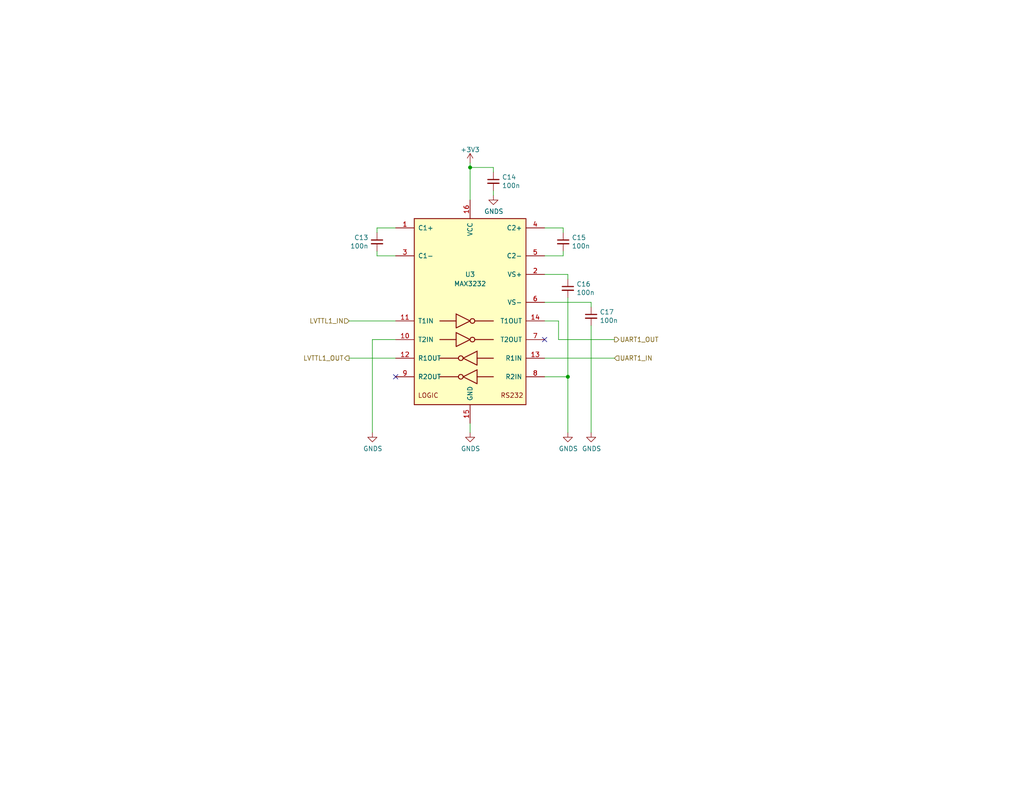
<source format=kicad_sch>
(kicad_sch (version 20211123) (generator eeschema)
  (paper "USLetter")
  (title_block (title "UCCM+BBB Carrier") (date "2022-10-07") (rev "1") (company "VE7XEN"))
  (lib_symbols
    (symbol "Device:C_Small" (pin_numbers hide) (pin_names (offset 0.254) hide)
      (property "Reference" "C" (at 0.254 1.778 0))
      (property "Value" "C_Small" (at 0.254 -2.032 0))
      (symbol "C_Small_0_1"
        (polyline (pts (xy -1.524 -0.508) (xy 1.524 -0.508)) (stroke (width 0.3302)))
        (polyline (pts (xy -1.524 0.508) (xy 1.524 0.508)) (stroke (width 0.3048)))
      )
      (symbol "C_Small_1_1"
        (pin passive line (at 0 2.54 270) (length 2.032) (name "~") (number "1"))
        (pin passive line (at 0 -2.54 90) (length 2.032) (name "~") (number "2"))
      )
    )
    (symbol "Interface_UART:MAX3232" (pin_names (offset 1.016))
      (property "Reference" "U" (at -2.54 28.575 0))
      (property "Value" "MAX3232" (at -2.54 26.67 0))
      (symbol "MAX3232_0_0"
        (text "LOGIC" (at -11.43 -22.86 0) (effects (font (size 1.27 1.27))))
        (text "RS232" (at 11.43 -22.86 0) (effects (font (size 1.27 1.27))))
      )
      (symbol "MAX3232_0_1"
        (rectangle (start -15.24 -25.4) (end 15.24 25.4) (stroke (width 0.254)) (fill (type background)))
        (circle (center -2.54 -17.78) (radius 0.635) (stroke (width 0.254)))
        (circle (center -2.54 -12.7) (radius 0.635) (stroke (width 0.254)))
        (polyline (pts (xy -3.81 -7.62) (xy -8.255 -7.62)) (stroke (width 0.254)))
        (polyline (pts (xy -3.81 -2.54) (xy -8.255 -2.54)) (stroke (width 0.254)))
        (polyline (pts (xy -3.175 -17.78) (xy -8.255 -17.78)) (stroke (width 0.254)))
        (polyline (pts (xy -3.175 -12.7) (xy -8.255 -12.7)) (stroke (width 0.254)))
        (polyline (pts (xy 1.27 -7.62) (xy 6.35 -7.62)) (stroke (width 0.254)))
        (polyline (pts (xy 1.27 -2.54) (xy 6.35 -2.54)) (stroke (width 0.254)))
        (polyline (pts (xy 1.905 -17.78) (xy 6.35 -17.78)) (stroke (width 0.254)))
        (polyline (pts (xy 1.905 -12.7) (xy 6.35 -12.7)) (stroke (width 0.254)))
        (polyline (pts (xy -3.81 -5.715) (xy -3.81 -9.525) (xy 0 -7.62) (xy -3.81 -5.715)) (stroke (width 0.254)))
        (polyline (pts (xy -3.81 -0.635) (xy -3.81 -4.445) (xy 0 -2.54) (xy -3.81 -0.635)) (stroke (width 0.254)))
        (polyline (pts (xy 1.905 -15.875) (xy 1.905 -19.685) (xy -1.905 -17.78) (xy 1.905 -15.875)) (stroke (width 0.254)))
        (polyline (pts (xy 1.905 -10.795) (xy 1.905 -14.605) (xy -1.905 -12.7) (xy 1.905 -10.795)) (stroke (width 0.254)))
        (circle (center 0.635 -7.62) (radius 0.635) (stroke (width 0.254)))
        (circle (center 0.635 -2.54) (radius 0.635) (stroke (width 0.254)))
      )
      (symbol "MAX3232_1_1"
        (pin passive line (at -20.32 22.86 0) (length 5.08) (name "C1+") (number "1"))
        (pin input line (at -20.32 -7.62 0) (length 5.08) (name "T2IN") (number "10"))
        (pin input line (at -20.32 -2.54 0) (length 5.08) (name "T1IN") (number "11"))
        (pin output line (at -20.32 -12.7 0) (length 5.08) (name "R1OUT") (number "12"))
        (pin input line (at 20.32 -12.7 180) (length 5.08) (name "R1IN") (number "13"))
        (pin output line (at 20.32 -2.54 180) (length 5.08) (name "T1OUT") (number "14"))
        (pin power_in line (at 0 -30.48 90) (length 5.08) (name "GND") (number "15"))
        (pin power_in line (at 0 30.48 270) (length 5.08) (name "VCC") (number "16"))
        (pin power_out line (at 20.32 10.16 180) (length 5.08) (name "VS+") (number "2"))
        (pin passive line (at -20.32 15.24 0) (length 5.08) (name "C1-") (number "3"))
        (pin passive line (at 20.32 22.86 180) (length 5.08) (name "C2+") (number "4"))
        (pin passive line (at 20.32 15.24 180) (length 5.08) (name "C2-") (number "5"))
        (pin power_out line (at 20.32 2.54 180) (length 5.08) (name "VS-") (number "6"))
        (pin output line (at 20.32 -7.62 180) (length 5.08) (name "T2OUT") (number "7"))
        (pin input line (at 20.32 -17.78 180) (length 5.08) (name "R2IN") (number "8"))
        (pin output line (at -20.32 -17.78 0) (length 5.08) (name "R2OUT") (number "9"))
      )
    )
    (symbol "power:+3V3" (power) (pin_names (offset 0))
      (property "Value" "+3V3" (at 0 3.556 0))
      (symbol "+3V3_0_1"
        (polyline (pts (xy -0.762 1.27) (xy 0 2.54)))
        (polyline (pts (xy 0 0) (xy 0 2.54)))
        (polyline (pts (xy 0 2.54) (xy 0.762 1.27)))
      )
      (symbol "+3V3_1_1"
        (pin power_in line (at 0 0 90) (length 0) hide (name "+3V3") (number "1"))
      )
    )
    (symbol "power:GNDS" (power) (pin_names (offset 0))
      (property "Value" "GNDS" (at 0 -3.81 0))
      (symbol "GNDS_0_1"
        (polyline (pts (xy 0 0) (xy 0 -1.27) (xy 1.27 -1.27) (xy 0 -2.54) (xy -1.27 -1.27) (xy 0 -1.27)))
      )
      (symbol "GNDS_1_1"
        (pin power_in line (at 0 0 270) (length 0) hide (name "GNDS") (number "1"))
      )
    )
  )
  (junction (at 128.27 45.72))
  (junction (at 154.94 102.87))
  (no_connect (at 148.59 92.71))
  (no_connect (at 107.95 102.87))
  (wire (pts (xy 154.94 74.93) (xy 154.94 76.2)))
  (wire (pts (xy 167.64 97.79) (xy 148.59 97.79)))
  (wire (pts (xy 167.64 92.71) (xy 152.4 92.71)))
  (wire (pts (xy 161.29 118.11) (xy 161.29 88.9)))
  (wire (pts (xy 134.62 45.72) (xy 134.62 46.99)))
  (wire (pts (xy 152.4 87.63) (xy 148.59 87.63)))
  (wire (pts (xy 128.27 45.72) (xy 128.27 54.61)))
  (wire (pts (xy 95.25 97.79) (xy 107.95 97.79)))
  (wire (pts (xy 148.59 102.87) (xy 154.94 102.87)))
  (wire (pts (xy 154.94 81.28) (xy 154.94 102.87)))
  (wire (pts (xy 101.6 92.71) (xy 101.6 118.11)))
  (wire (pts (xy 154.94 102.87) (xy 154.94 118.11)))
  (wire (pts (xy 128.27 45.72) (xy 134.62 45.72)))
  (wire (pts (xy 148.59 69.85) (xy 153.67 69.85)))
  (wire (pts (xy 102.87 63.5) (xy 102.87 62.23)))
  (wire (pts (xy 153.67 62.23) (xy 153.67 63.5)))
  (wire (pts (xy 148.59 62.23) (xy 153.67 62.23)))
  (wire (pts (xy 95.25 87.63) (xy 107.95 87.63)))
  (wire (pts (xy 148.59 82.55) (xy 161.29 82.55)))
  (wire (pts (xy 128.27 115.57) (xy 128.27 118.11)))
  (wire (pts (xy 102.87 62.23) (xy 107.95 62.23)))
  (wire (pts (xy 102.87 69.85) (xy 102.87 68.58)))
  (wire (pts (xy 152.4 92.71) (xy 152.4 87.63)))
  (wire (pts (xy 153.67 69.85) (xy 153.67 68.58)))
  (wire (pts (xy 161.29 82.55) (xy 161.29 83.82)))
  (wire (pts (xy 148.59 74.93) (xy 154.94 74.93)))
  (wire (pts (xy 134.62 52.07) (xy 134.62 53.34)))
  (wire (pts (xy 107.95 92.71) (xy 101.6 92.71)))
  (wire (pts (xy 128.27 44.45) (xy 128.27 45.72)))
  (wire (pts (xy 107.95 69.85) (xy 102.87 69.85)))
  (hierarchical_label "UART1_OUT" (shape output) (at 167.64 92.71 0))
  (hierarchical_label "UART1_IN" (shape input) (at 167.64 97.79 0))
  (hierarchical_label "LVTTL1_OUT" (shape output) (at 95.25 97.79 180))
  (hierarchical_label "LVTTL1_IN" (shape input) (at 95.25 87.63 180))
  (symbol (lib_id "Interface_UART:MAX3232") (at 128.27 85.09 0) (unit 1)
    (property "Reference" "U3" (at 128.27 74.93 0))
    (property "Value" "MAX3232" (at 128.27 77.47 0))
    (property "Footprint" "Package_SO:TSSOP-16_4.4x5mm_P0.65mm" (effects hide))
    (property "Datasheet" "https://datasheets.maximintegrated.com/en/ds/MAX3222-MAX3241.pdf" (effects hide))
    (property "MPN" "SP3232EEY-L/TR" (effects hide))
    (property "LCSC" "C13482" (effects hide))
  )
  (symbol (lib_id "power:GNDS") (at 128.27 118.11 0) (unit 1)
    (property "Reference" "#PWR042" (effects hide))
    (property "Value" "GNDS" (at 128.397 122.5042 0))
  )
  (symbol (lib_id "Device:C_Small") (at 134.62 49.53 0) (unit 1)
    (property "Reference" "C14" (at 136.9568 48.3616 0) (effects (justify left)))
    (property "Value" "100n" (at 136.9568 50.673 0) (effects (justify left)))
    (property "Footprint" "Capacitor_SMD:C_0805_2012Metric_Pad1.18x1.45mm_HandSolder" (effects hide))
    (property "LCSC" "C49678" (effects hide))
  )
  (symbol (lib_id "power:GNDS") (at 134.62 53.34 0) (unit 1)
    (property "Reference" "#PWR043" (effects hide))
    (property "Value" "GNDS" (at 134.747 57.7342 0))
  )
  (symbol (lib_id "Device:C_Small") (at 102.87 66.04 0) (unit 1)
    (property "Reference" "C13" (at 100.5332 64.8716 0) (effects (justify right)))
    (property "Value" "100n" (at 100.5332 67.183 0) (effects (justify right)))
    (property "Footprint" "Capacitor_SMD:C_0805_2012Metric_Pad1.18x1.45mm_HandSolder" (effects hide))
    (property "LCSC" "C49678" (effects hide))
  )
  (symbol (lib_id "Device:C_Small") (at 153.67 66.04 0) (unit 1)
    (property "Reference" "C15" (at 156.0068 64.8716 0) (effects (justify left)))
    (property "Value" "100n" (at 156.0068 67.183 0) (effects (justify left)))
    (property "Footprint" "Capacitor_SMD:C_0805_2012Metric_Pad1.18x1.45mm_HandSolder" (effects hide))
    (property "LCSC" "C49678" (effects hide))
  )
  (symbol (lib_id "Device:C_Small") (at 154.94 78.74 0) (unit 1)
    (property "Reference" "C16" (at 157.2768 77.5716 0) (effects (justify left)))
    (property "Value" "100n" (at 157.2768 79.883 0) (effects (justify left)))
    (property "Footprint" "Capacitor_SMD:C_0805_2012Metric_Pad1.18x1.45mm_HandSolder" (effects hide))
    (property "LCSC" "C49678" (effects hide))
  )
  (symbol (lib_id "Device:C_Small") (at 161.29 86.36 0) (unit 1)
    (property "Reference" "C17" (at 163.6268 85.1916 0) (effects (justify left)))
    (property "Value" "100n" (at 163.6268 87.503 0) (effects (justify left)))
    (property "Footprint" "Capacitor_SMD:C_0805_2012Metric_Pad1.18x1.45mm_HandSolder" (effects hide))
    (property "LCSC" "C49678" (effects hide))
  )
  (symbol (lib_id "power:GNDS") (at 154.94 118.11 0) (unit 1)
    (property "Reference" "#PWR044" (effects hide))
    (property "Value" "GNDS" (at 155.067 122.5042 0))
  )
  (symbol (lib_id "power:GNDS") (at 161.29 118.11 0) (unit 1)
    (property "Reference" "#PWR045" (effects hide))
    (property "Value" "GNDS" (at 161.417 122.5042 0))
  )
  (symbol (lib_id "power:GNDS") (at 101.6 118.11 0) (unit 1)
    (property "Reference" "#PWR040" (effects hide))
    (property "Value" "GNDS" (at 101.727 122.5042 0))
  )
  (symbol (lib_id "power:+3V3") (at 128.27 44.45 0) (unit 1)
    (property "Reference" "#PWR041" (effects hide))
    (property "Value" "+3V3" (at 128.27 40.8742 0))
  )
)
</source>
